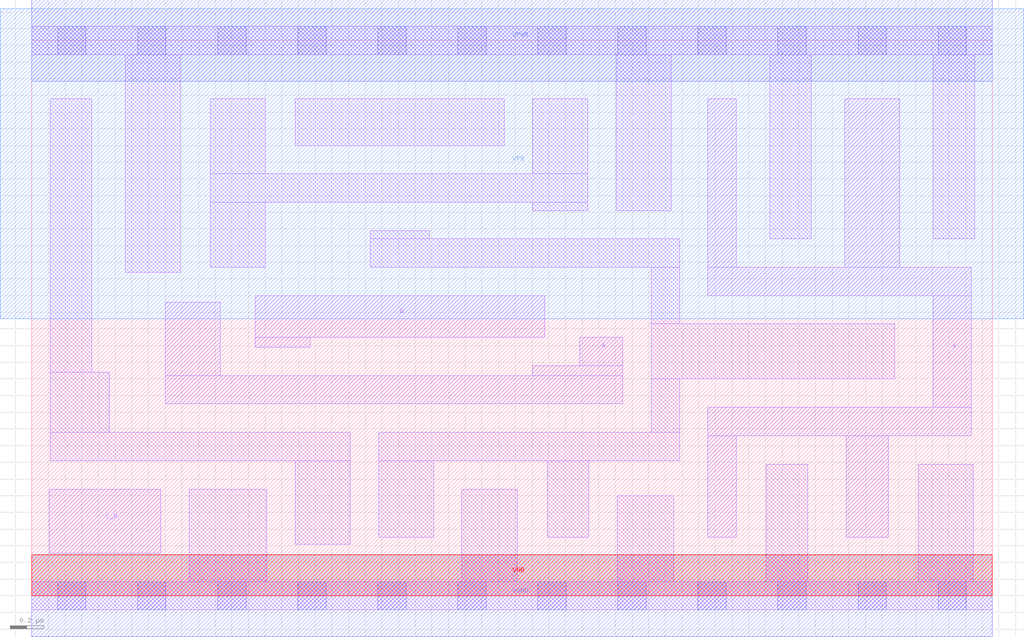
<source format=lef>
# Copyright 2020 The SkyWater PDK Authors
#
# Licensed under the Apache License, Version 2.0 (the "License");
# you may not use this file except in compliance with the License.
# You may obtain a copy of the License at
#
#     https://www.apache.org/licenses/LICENSE-2.0
#
# Unless required by applicable law or agreed to in writing, software
# distributed under the License is distributed on an "AS IS" BASIS,
# WITHOUT WARRANTIES OR CONDITIONS OF ANY KIND, either express or implied.
# See the License for the specific language governing permissions and
# limitations under the License.
#
# SPDX-License-Identifier: Apache-2.0

VERSION 5.7 ;
  NOWIREEXTENSIONATPIN ON ;
  DIVIDERCHAR "/" ;
  BUSBITCHARS "[]" ;
MACRO sky130_fd_sc_ls__or3b_4
  CLASS CORE ;
  FOREIGN sky130_fd_sc_ls__or3b_4 ;
  ORIGIN  0.000000  0.000000 ;
  SIZE  5.760000 BY  3.330000 ;
  SYMMETRY X Y ;
  SITE unit ;
  PIN A
    ANTENNAGATEAREA  0.411000 ;
    DIRECTION INPUT ;
    USE SIGNAL ;
    PORT
      LAYER li1 ;
        RECT 0.800000 1.150000 3.545000 1.320000 ;
        RECT 0.800000 1.320000 1.130000 1.760000 ;
        RECT 3.005000 1.320000 3.545000 1.380000 ;
        RECT 3.285000 1.380000 3.545000 1.550000 ;
    END
  END A
  PIN B
    ANTENNAGATEAREA  0.411000 ;
    DIRECTION INPUT ;
    USE SIGNAL ;
    PORT
      LAYER li1 ;
        RECT 1.340000 1.490000 1.670000 1.550000 ;
        RECT 1.340000 1.550000 3.075000 1.800000 ;
    END
  END B
  PIN C_N
    ANTENNAGATEAREA  0.246000 ;
    DIRECTION INPUT ;
    USE SIGNAL ;
    PORT
      LAYER li1 ;
        RECT 0.105000 0.255000 0.775000 0.640000 ;
    END
  END C_N
  PIN X
    ANTENNADIFFAREA  1.104900 ;
    DIRECTION OUTPUT ;
    USE SIGNAL ;
    PORT
      LAYER li1 ;
        RECT 4.055000 0.350000 4.225000 0.960000 ;
        RECT 4.055000 0.960000 5.635000 1.130000 ;
        RECT 4.055000 1.800000 5.635000 1.970000 ;
        RECT 4.055000 1.970000 4.225000 2.980000 ;
        RECT 4.875000 1.970000 5.205000 2.980000 ;
        RECT 4.885000 0.350000 5.135000 0.960000 ;
        RECT 5.405000 1.130000 5.635000 1.800000 ;
    END
  END X
  PIN VGND
    DIRECTION INOUT ;
    SHAPE ABUTMENT ;
    USE GROUND ;
    PORT
      LAYER met1 ;
        RECT 0.000000 -0.245000 5.760000 0.245000 ;
    END
  END VGND
  PIN VNB
    DIRECTION INOUT ;
    USE GROUND ;
    PORT
      LAYER pwell ;
        RECT 0.000000 0.000000 5.760000 0.245000 ;
    END
  END VNB
  PIN VPB
    DIRECTION INOUT ;
    USE POWER ;
    PORT
      LAYER nwell ;
        RECT -0.190000 1.660000 5.950000 3.520000 ;
    END
  END VPB
  PIN VPWR
    DIRECTION INOUT ;
    SHAPE ABUTMENT ;
    USE POWER ;
    PORT
      LAYER met1 ;
        RECT 0.000000 3.085000 5.760000 3.575000 ;
    END
  END VPWR
  OBS
    LAYER li1 ;
      RECT 0.000000 -0.085000 5.760000 0.085000 ;
      RECT 0.000000  3.245000 5.760000 3.415000 ;
      RECT 0.110000  0.810000 1.910000 0.980000 ;
      RECT 0.110000  0.980000 0.465000 1.340000 ;
      RECT 0.110000  1.340000 0.360000 2.980000 ;
      RECT 0.560000  1.940000 0.890000 3.245000 ;
      RECT 0.945000  0.085000 1.410000 0.640000 ;
      RECT 1.070000  1.970000 1.400000 2.360000 ;
      RECT 1.070000  2.360000 3.335000 2.530000 ;
      RECT 1.070000  2.530000 1.400000 2.980000 ;
      RECT 1.580000  0.310000 1.910000 0.810000 ;
      RECT 1.580000  2.700000 2.835000 2.980000 ;
      RECT 2.030000  1.970000 3.885000 2.140000 ;
      RECT 2.030000  2.140000 2.385000 2.190000 ;
      RECT 2.080000  0.350000 2.410000 0.810000 ;
      RECT 2.080000  0.810000 3.885000 0.980000 ;
      RECT 2.580000  0.085000 2.910000 0.640000 ;
      RECT 3.005000  2.310000 3.335000 2.360000 ;
      RECT 3.005000  2.530000 3.335000 2.980000 ;
      RECT 3.090000  0.350000 3.340000 0.810000 ;
      RECT 3.505000  2.310000 3.835000 3.245000 ;
      RECT 3.510000  0.085000 3.850000 0.600000 ;
      RECT 3.715000  0.980000 3.885000 1.300000 ;
      RECT 3.715000  1.300000 5.175000 1.630000 ;
      RECT 3.715000  1.630000 3.885000 1.970000 ;
      RECT 4.405000  0.085000 4.655000 0.790000 ;
      RECT 4.425000  2.140000 4.675000 3.245000 ;
      RECT 5.315000  0.085000 5.645000 0.790000 ;
      RECT 5.405000  2.140000 5.655000 3.245000 ;
    LAYER mcon ;
      RECT 0.155000 -0.085000 0.325000 0.085000 ;
      RECT 0.155000  3.245000 0.325000 3.415000 ;
      RECT 0.635000 -0.085000 0.805000 0.085000 ;
      RECT 0.635000  3.245000 0.805000 3.415000 ;
      RECT 1.115000 -0.085000 1.285000 0.085000 ;
      RECT 1.115000  3.245000 1.285000 3.415000 ;
      RECT 1.595000 -0.085000 1.765000 0.085000 ;
      RECT 1.595000  3.245000 1.765000 3.415000 ;
      RECT 2.075000 -0.085000 2.245000 0.085000 ;
      RECT 2.075000  3.245000 2.245000 3.415000 ;
      RECT 2.555000 -0.085000 2.725000 0.085000 ;
      RECT 2.555000  3.245000 2.725000 3.415000 ;
      RECT 3.035000 -0.085000 3.205000 0.085000 ;
      RECT 3.035000  3.245000 3.205000 3.415000 ;
      RECT 3.515000 -0.085000 3.685000 0.085000 ;
      RECT 3.515000  3.245000 3.685000 3.415000 ;
      RECT 3.995000 -0.085000 4.165000 0.085000 ;
      RECT 3.995000  3.245000 4.165000 3.415000 ;
      RECT 4.475000 -0.085000 4.645000 0.085000 ;
      RECT 4.475000  3.245000 4.645000 3.415000 ;
      RECT 4.955000 -0.085000 5.125000 0.085000 ;
      RECT 4.955000  3.245000 5.125000 3.415000 ;
      RECT 5.435000 -0.085000 5.605000 0.085000 ;
      RECT 5.435000  3.245000 5.605000 3.415000 ;
  END
END sky130_fd_sc_ls__or3b_4
END LIBRARY

</source>
